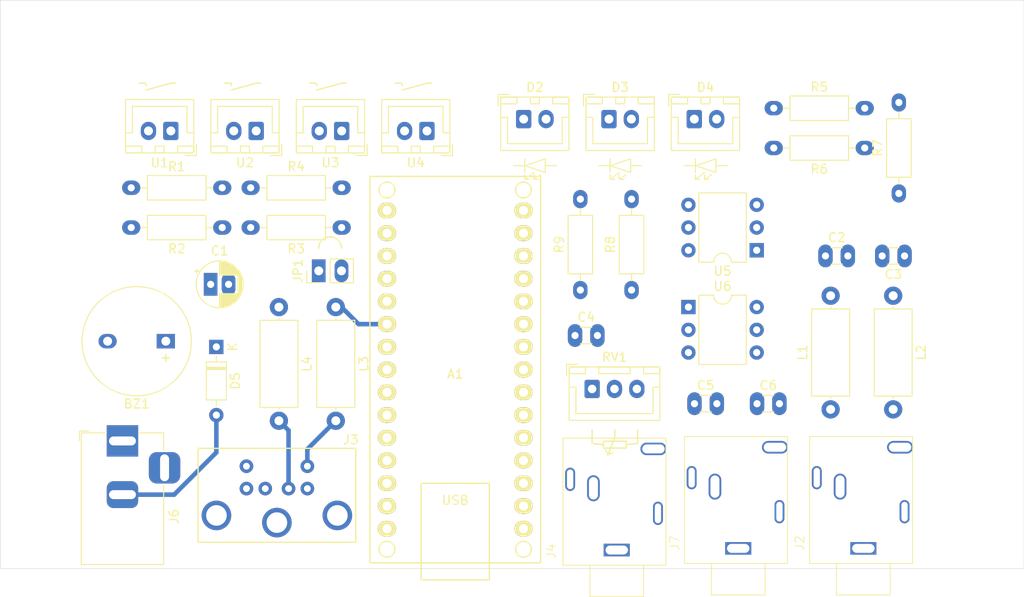
<source format=kicad_pcb>
(kicad_pcb (version 20240108) (generator "pcbnew") (generator_version "8.0")
  (layers (0 "F.Cu" signal) (31 "B.Cu" signal) (34 "B.Paste" user) (35 "F.Paste" user) (36 "B.SilkS" user "B.Silkscreen") (37 "F.SilkS" user "F.Silkscreen") (38 "B.Mask" user) (39 "F.Mask" user) (44 "Edge.Cuts" user))
  (net 0 "")
  (net 5 "+5V")
  (net 7 "Left Paddle")
  (net 12 "Right Paddle")
  (net 13 "PS2 CLK")
  (net 16 "PS2 Data")
  (net 18 "PTT")
  (net 20 "Side Tone")
  (net 23 "Net-(A1-~{RESET}-Pad28)")
  (net 25 "WPM Speed")
  (net 26 "Net-(A1-VIN)")
  (net 27 "CW")
  (net 28 "GND")
  (net 29 "Net-(JP1-A)")
  (net 30 "Net-(C5-Pad2)")
  (net 31 "Net-(C5-Pad1)")
  (net 32 "Net-(C6-Pad1)")
  (net 33 "Net-(C6-Pad2)")
  (net 34 "Net-(D2-A)")
  (net 35 "Net-(D3-A)")
  (net 36 "Net-(D4-A)")
  (net 37 "Net-(D5-A)")
  (net 38 "Net-(J3-Pad5)")
  (net 39 "Net-(J3-Pad1)")
  (net 45 "Net-(J2-PadS)")
  (net 46 "Net-(J2-PadT)")
  (net 47 "Net-(U1-Com)")
  (net 48 "Net-(U2-Com)")
  (net 49 "Net-(U3-Com)")
  (net 50 "Net-(U4-Com)")
  (net 51 "Net-(R8-Pad2)")
  (net 52 "Net-(R9-Pad2)")
  (net 53 "Net-(J4-PadG)")
  (net 58 "Net-(J7-PadG)")
  (footprint "Package_DIP:DIP-6_W7.62mm" (layer "F.Cu") (at 186.69 80.01 180)
    (property "Reference" "U5" (at 3.81 -2.33 0) (layer "F.SilkS"))
    (property "Value" "4N35")
    (pad "1" thru_hole rect (at 0 0 180) (size 1.6 1.6) (drill 0.8) (layers "*.Cu" "*.Mask") (net 51 "Net-(R8-Pad2)"))
    (pad "2" thru_hole oval (at 0 2.54 180) (size 1.6 1.6) (drill 0.8) (layers "*.Cu" "*.Mask") (net 28 "GND"))
    (pad "3" thru_hole oval (at 0 5.08 180) (size 1.6 1.6) (drill 0.8) (layers "*.Cu" "*.Mask"))
    (pad "4" thru_hole oval (at 7.62 5.08 180) (size 1.6 1.6) (drill 0.8) (layers "*.Cu" "*.Mask") (net 53 "Net-(J4-PadG)"))
    (pad "5" thru_hole oval (at 7.62 2.54 180) (size 1.6 1.6) (drill 0.8) (layers "*.Cu" "*.Mask") (net 31 "Net-(C5-Pad1)"))
    (pad "6" thru_hole oval (at 7.62 0 180) (size 1.6 1.6) (drill 0.8) (layers "*.Cu" "*.Mask"))
  )
  (footprint "MyFootprints:2-pin JST Switch" (layer "F.Cu") (at 140.355 66.678 180)
    (property "Reference" "U3" (at 1.25 -3.55 0) (layer "F.SilkS"))
    (property "Value" "MEM2")
    (pad "1" thru_hole roundrect (at 0 0 180) (size 1.7 2.032) (drill 1) (layers "*.Cu" "*.Mask") (roundrect_rratio 0.147059) (net 49 "Net-(U3-Com)"))
    (pad "2" thru_hole oval (at 2.5 0 180) (size 1.7 2.032) (drill 1) (layers "*.Cu" "*.Mask") (net 28 "GND"))
  )
  (footprint "MyFootprints:R_Axial_DIN0207_L6.3mm_D2.5mm_P10.16mm_Horizontal_large" (layer "F.Cu") (at 202.565 73.66 90)
    (property "Reference" "R7" (at 5.08 -2.37 90) (layer "F.SilkS"))
    (property "Value" "470R")
    (pad "1" thru_hole oval (at 0 0 90) (size 2.032 1.6) (drill 0.8) (layers "*.Cu" "*.Mask") (net 5 "+5V"))
    (pad "2" thru_hole oval (at 10.16 0 90) (size 2.032 1.6) (drill 0.8) (layers "*.Cu" "*.Mask") (net 36 "Net-(D4-A)"))
  )
  (footprint "MyFootprints:L_Axial_L9.5mm_D4.0mm_P12.70mm_Horizontal_Fastron_SMCC_large" (layer "F.Cu") (at 139.7 86.36 -90)
    (property "Reference" "L3" (at 6.35 -3.12 90) (layer "F.SilkS"))
    (property "Value" "10n")
    (pad "1" thru_hole oval (at 0 0 270) (size 2.032 2.032) (drill 1) (layers "*.Cu" "*.Mask") (net 13 "PS2 CLK"))
    (pad "2" thru_hole oval (at 12.7 0 270) (size 2.032 2.032) (drill 1) (layers "*.Cu" "*.Mask") (net 38 "Net-(J3-Pad5)"))
  )
  (footprint "MyFootprints:2-pin JST Switch" (layer "F.Cu") (at 130.81 66.675 180)
    (property "Reference" "U2" (at 1.25 -3.55 0) (layer "F.SilkS"))
    (property "Value" "MEM1")
    (pad "1" thru_hole roundrect (at 0 0 180) (size 1.7 2.032) (drill 1) (layers "*.Cu" "*.Mask") (roundrect_rratio 0.147059) (net 48 "Net-(U2-Com)"))
    (pad "2" thru_hole oval (at 2.5 0 180) (size 1.7 2.032) (drill 1) (layers "*.Cu" "*.Mask") (net 28 "GND"))
  )
  (footprint "MyFootprints:3-pin JST Potentiometer" (layer "F.Cu") (at 168.315 95.507)
    (property "Reference" "RV1" (at 2.5 -3.55 0) (layer "F.SilkS"))
    (property "Value" "WPM Speed")
    (pad "1" thru_hole roundrect (at 0 0) (size 1.7 2.032) (drill 0.95) (layers "*.Cu" "*.Mask") (roundrect_rratio 0.147059) (net 5 "+5V"))
    (pad "2" thru_hole oval (at 2.5 0) (size 1.7 2.032) (drill 0.95) (layers "*.Cu" "*.Mask") (net 25 "WPM Speed"))
    (pad "3" thru_hole oval (at 5 0) (size 1.7 2.032) (drill 0.95) (layers "*.Cu" "*.Mask") (net 28 "GND"))
  )
  (footprint "MyFootprints:C_Disc_D3.0mm_W1.6mm_P2.50mm_larg" (layer "F.Cu") (at 166.41 89.535)
    (property "Reference" "C4" (at 1.25 -2.05 0) (layer "F.SilkS"))
    (property "Value" "10n")
    (pad "1" thru_hole oval (at 0 0) (size 1.6 2.54) (drill 0.8) (layers "*.Cu" "*.Mask") (net 25 "WPM Speed"))
    (pad "2" thru_hole oval (at 2.5 0) (size 1.6 2.54) (drill 0.8) (layers "*.Cu" "*.Mask") (net 28 "GND"))
  )
  (footprint "MyFootprints:R_Axial_DIN0207_L6.3mm_D2.5mm_P10.16mm_Horizontal_large" (layer "F.Cu") (at 172.72 84.455 90)
    (property "Reference" "R8" (at 5.08 -2.37 90) (layer "F.SilkS"))
    (property "Value" "470R")
    (pad "1" thru_hole oval (at 0 0 90) (size 2.032 1.6) (drill 0.8) (layers "*.Cu" "*.Mask") (net 27 "CW"))
    (pad "2" thru_hole oval (at 10.16 0 90) (size 2.032 1.6) (drill 0.8) (layers "*.Cu" "*.Mask") (net 51 "Net-(R8-Pad2)"))
  )
  (footprint "MyFootprints:PS2 MINI-DIN-6-FULL-SHIELD" (layer "F.Cu") (at 133.125 115.14 180)
    (property "Reference" "J3" (at -8.255 13.97 0) (layer "F.SilkS"))
    (property "Value" "PS/2" (hide yes))
    (pad "1" thru_hole circle (at -1.3 8.5 180) (size 1.524 1.524) (drill 0.762) (layers "*.Cu" "*.Mask") (net 39 "Net-(J3-Pad1)"))
    (pad "2" thru_hole circle (at 1.3 8.5 180) (size 1.524 1.524) (drill 0.762) (layers "*.Cu" "*.Mask"))
    (pad "3" thru_hole circle (at -3.4 8.5 180) (size 1.524 1.524) (drill 0.762) (layers "*.Cu" "*.Mask"))
    (pad "4" thru_hole circle (at 3.4 8.5 180) (size 1.524 1.524) (drill 0.762) (layers "*.Cu" "*.Mask"))
    (pad "5" thru_hole circle (at -3.4 11 180) (size 1.524 1.524) (drill 0.762) (layers "*.Cu" "*.Mask") (net 38 "Net-(J3-Pad5)"))
    (pad "6" thru_hole circle (at 3.4 11 180) (size 1.524 1.524) (drill 0.762) (layers "*.Cu" "*.Mask"))
    (pad "7" thru_hole circle (at -6.75 5.5 180) (size 3.3 3.3) (drill 2.3) (layers "*.Cu" "*.Mask"))
    (pad "7" thru_hole circle (at 0 4.7 180) (size 3.3 3.3) (drill 2.3) (layers "*.Cu" "*.Mask"))
    (pad "7" thru_hole circle (at 6.75 5.5 180) (size 3.3 3.3) (drill 2.3) (layers "*.Cu" "*.Mask"))
  )
  (footprint "MyFootprints:BarrelJack_Horizontal" (layer "F.Cu") (at 115.8825 101.315 90)
    (property "Reference" "J6" (at -8.45 5.75 90) (layer "F.SilkS"))
    (property "Value" "Power In")
    (pad "1" thru_hole rect (at 0 0 90) (size 3.5 3.5) (drill oval 1 3) (layers "*.Cu" "*.Mask") (net 28 "GND"))
    (pad "2" thru_hole roundrect (at -6 0 90) (size 3 3.5) (drill oval 1 3) (layers "*.Cu" "*.Mask") (net 37 "Net-(D5-A)"))
    (pad "3" thru_hole roundrect (at -3 4.7 90) (size 3.5 3.5) (drill oval 3 1) (layers "*.Cu" "*.Mask"))
  )
  (footprint "MyFootprints:Passive Piezo Buzzer large" (layer "F.Cu") (at 120.725 90.17 180)
    (property "Reference" "BZ1" (at 3.25 -7 360) (layer "F.SilkS"))
    (property "Value" "Buzzer")
    (fp_text user "+" (at 0 -1.8 360) (layer "F.SilkS"))
    (pad "1" thru_hole rect (at 0 0 180) (size 2.032 1.6) (drill 1) (layers "*.Cu" "*.Mask") (net 20 "Side Tone"))
    (pad "2" thru_hole oval (at 6.5 0 180) (size 2.032 1.6) (drill 1) (layers "*.Cu" "*.Mask") (net 28 "GND"))
  )
  (footprint "MyFootprints:ArduinoNano" (layer "F.Cu") (at 145.415 75.565)
    (property "Reference" "A1" (at 7.62 18.28 0) (layer "F.SilkS"))
    (property "Value" "Arduino_Nano_v3.x")
    (fp_text user "USB" (at 7.62 32.385 0) (layer "F.SilkS"))
    (pad "1" thru_hole oval (at 0 0) (size 2.032 1.7272) (drill 1.016) (layers "*.Cu" "*.Mask" "F.SilkS"))
    (pad "2" thru_hole oval (at 0 2.54) (size 2.032 1.7272) (drill 1.016) (layers "*.Cu" "*.Mask" "F.SilkS"))
    (pad "3" thru_hole oval (at 0 5.08) (size 2.032 1.7272) (drill 1.016) (layers "*.Cu" "*.Mask" "F.SilkS"))
    (pad "4" thru_hole oval (at 0 7.62) (size 2.032 1.7272) (drill 1.016) (layers "*.Cu" "*.Mask" "F.SilkS") (net 28 "GND"))
    (pad "5" thru_hole oval (at 0 10.16) (size 2.032 1.7272) (drill 1.016) (layers "*.Cu" "*.Mask" "F.SilkS") (net 12 "Right Paddle"))
    (pad "6" thru_hole oval (at 0 12.7) (size 2.032 1.7272) (drill 1.016) (layers "*.Cu" "*.Mask" "F.SilkS") (net 13 "PS2 CLK"))
    (pad "7" thru_hole oval (at 0 15.24) (size 2.032 1.7272) (drill 1.016) (layers "*.Cu" "*.Mask" "F.SilkS") (net 20 "Side Tone"))
    (pad "8" thru_hole oval (at 0 17.78) (size 2.032 1.7272) (drill 1.016) (layers "*.Cu" "*.Mask" "F.SilkS") (net 7 "Left Paddle"))
    (pad "9" thru_hole oval (at 0 20.32) (size 2.032 1.7272) (drill 1.016) (layers "*.Cu" "*.Mask" "F.SilkS"))
    (pad "10" thru_hole oval (at 0 22.86) (size 2.032 1.7272) (drill 1.016) (layers "*.Cu" "*.Mask" "F.SilkS"))
    (pad "11" thru_hole oval (at 0 25.4) (size 2.032 1.7272) (drill 1.016) (layers "*.Cu" "*.Mask" "F.SilkS"))
    (pad "12" thru_hole oval (at 0 27.94) (size 2.032 1.7272) (drill 1.016) (layers "*.Cu" "*.Mask" "F.SilkS"))
    (pad "13" thru_hole oval (at 0 30.48) (size 2.032 1.7272) (drill 1.016) (layers "*.Cu" "*.Mask" "F.SilkS"))
    (pad "14" thru_hole oval (at 0 33.02) (size 2.032 1.7272) (drill 1.016) (layers "*.Cu" "*.Mask" "F.SilkS") (net 27 "CW"))
    (pad "15" thru_hole oval (at 0 35.56) (size 2.032 1.7272) (drill 1.016) (layers "*.Cu" "*.Mask" "F.SilkS"))
    (pad "16" thru_hole oval (at 15.24 35.56) (size 2.032 1.7272) (drill 1.016) (layers "*.Cu" "*.Mask" "F.SilkS") (net 18 "PTT"))
    (pad "17" thru_hole oval (at 15.24 33.02) (size 2.032 1.7272) (drill 1.016) (layers "*.Cu" "*.Mask" "F.SilkS"))
    (pad "18" thru_hole oval (at 15.24 30.48) (size 2.032 1.7272) (drill 1.016) (layers "*.Cu" "*.Mask" "F.SilkS"))
    (pad "19" thru_hole oval (at 15.24 27.94) (size 2.032 1.7272) (drill 1.016) (layers "*.Cu" "*.Mask" "F.SilkS") (net 25 "WPM Speed"))
    (pad "20" thru_hole oval (at 15.24 25.4) (size 2.032 1.7272) (drill 1.016) (layers "*.Cu" "*.Mask" "F.SilkS") (net 5 "+5V"))
    (pad "21" thru_hole oval (at 15.24 22.86) (size 2.032 1.7272) (drill 1.016) (layers "*.Cu" "*.Mask" "F.SilkS"))
    (pad "22" thru_hole oval (at 15.24 20.32) (size 2.032 1.7272) (drill 1.016) (layers "*.Cu" "*.Mask" "F.SilkS") (net 16 "PS2 Data"))
    (pad "23" thru_hole oval (at 15.24 17.78) (size 2.032 1.7272) (drill 1.016) (layers "*.Cu" "*.Mask" "F.SilkS"))
    (pad "24" thru_hole oval (at 15.24 15.24) (size 2.032 1.7272) (drill 1.016) (layers "*.Cu" "*.Mask" "F.SilkS"))
    (pad "25" thru_hole oval (at 15.24 12.7) (size 2.032 1.7272) (drill 1.016) (layers "*.Cu" "*.Mask" "F.SilkS"))
    (pad "26" thru_hole oval (at 15.24 10.16) (size 2.032 1.7272) (drill 1.016) (layers "*.Cu" "*.Mask" "F.SilkS"))
    (pad "27" thru_hole oval (at 15.24 7.62) (size 2.032 1.7272) (drill 1.016) (layers "*.Cu" "*.Mask" "F.SilkS") (net 5 "+5V"))
    (pad "28" thru_hole oval (at 15.24 5.08) (size 2.032 1.7272) (drill 1.016) (layers "*.Cu" "*.Mask" "F.SilkS") (net 23 "Net-(A1-~{RESET}-Pad28)"))
    (pad "29" thru_hole oval (at 15.24 2.54) (size 2.032 1.7272) (drill 1.016) (layers "*.Cu" "*.Mask" "F.SilkS") (net 28 "GND"))
    (pad "30" thru_hole oval (at 15.24 0) (size 2.032 1.7272) (drill 1.016) (layers "*.Cu" "*.Mask" "F.SilkS") (net 26 "Net-(A1-VIN)"))
  )
  (footprint "MyFootprints:L_Axial_L9.5mm_D4.0mm_P12.70mm_Horizontal_Fastron_SMCC_large" (layer "F.Cu") (at 194.945 97.79 90)
    (property "Reference" "L1" (at 6.35 -3.12 90) (layer "F.SilkS"))
    (property "Value" "10n")
    (pad "1" thru_hole oval (at 0 0 90) (size 2.032 2.032) (drill 1) (layers "*.Cu" "*.Mask") (net 45 "Net-(J2-PadS)"))
    (pad "2" thru_hole oval (at 12.7 0 90) (size 2.032 2.032) (drill 1) (layers "*.Cu" "*.Mask") (net 12 "Right Paddle"))
  )
  (footprint "MyFootprints:Jumper_1x02_P2.54mm_large" (layer "F.Cu") (at 137.795 82.31 90)
    (property "Reference" "JP1" (at 0 -2.33 90) (layer "F.SilkS"))
    (property "Value" "ASR")
    (pad "1" thru_hole rect (at 0 0 90) (size 2.54 1.524) (drill 1) (layers "*.Cu" "*.Mask") (net 29 "Net-(JP1-A)"))
    (pad "2" thru_hole oval (at 0 2.54 90) (size 2.54 1.524) (drill 1) (layers "*.Cu" "*.Mask") (net 28 "GND"))
  )
  (footprint "MyFootprints:2-pin JST LED" (layer "F.Cu") (at 160.675 65.352)
    (property "Reference" "D2" (at 1.25 -3.55 0) (layer "F.SilkS"))
    (property "Value" "CW")
    (pad "1" thru_hole roundrect (at 0 0) (size 1.7 2.032) (drill 1) (layers "*.Cu" "*.Mask") (roundrect_rratio 0.147059) (net 28 "GND"))
    (pad "2" thru_hole oval (at 2.5 0) (size 1.7 2.032) (drill 1) (layers "*.Cu" "*.Mask") (net 34 "Net-(D2-A)"))
  )
  (footprint "MyFootprints:R_Axial_DIN0207_L6.3mm_D2.5mm_P10.16mm_Horizontal_large" (layer "F.Cu") (at 140.355 77.473 180)
    (property "Reference" "R3" (at 5.08 -2.37 0) (layer "F.SilkS"))
    (property "Value" "1k")
    (pad "1" thru_hole oval (at 0 0 180) (size 2.032 1.6) (drill 0.8) (layers "*.Cu" "*.Mask") (net 48 "Net-(U2-Com)"))
    (pad "2" thru_hole oval (at 10.16 0 180) (size 2.032 1.6) (drill 0.8) (layers "*.Cu" "*.Mask") (net 49 "Net-(U3-Com)"))
  )
  (footprint "MyFootprints:R_Axial_DIN0207_L6.3mm_D2.5mm_P10.16mm_Horizontal_large" (layer "F.Cu") (at 127.02 77.473 180)
    (property "Reference" "R2" (at 5.08 -2.37 0) (layer "F.SilkS"))
    (property "Value" "1k")
    (pad "1" thru_hole oval (at 0 0 180) (size 2.032 1.6) (drill 0.8) (layers "*.Cu" "*.Mask") (net 47 "Net-(U1-Com)"))
    (pad "2" thru_hole oval (at 10.16 0 180) (size 2.032 1.6) (drill 0.8) (layers "*.Cu" "*.Mask") (net 48 "Net-(U2-Com)"))
  )
  (footprint "MyFootprints:C_Disc_D3.0mm_W1.6mm_P2.50mm_larg" (layer "F.Cu") (at 186.73 97.155)
    (property "Reference" "C6" (at 1.25 -2.05 0) (layer "F.SilkS"))
    (property "Value" "10n")
    (pad "1" thru_hole oval (at 0 0) (size 1.6 2.54) (drill 0.8) (layers "*.Cu" "*.Mask") (net 32 "Net-(C6-Pad1)"))
    (pad "2" thru_hole oval (at 2.5 0) (size 1.6 2.54) (drill 0.8) (layers "*.Cu" "*.Mask") (net 33 "Net-(C6-Pad2)"))
  )
  (footprint "MyFootprints:R_Axial_DIN0207_L6.3mm_D2.5mm_P10.16mm_Horizontal_large" (layer "F.Cu") (at 198.755 68.58 180)
    (property "Reference" "R6" (at 5.08 -2.37 0) (layer "F.SilkS"))
    (property "Value" "470R")
    (pad "1" thru_hole oval (at 0 0 180) (size 2.032 1.6) (drill 0.8) (layers "*.Cu" "*.Mask") (net 18 "PTT"))
    (pad "2" thru_hole oval (at 10.16 0 180) (size 2.032 1.6) (drill 0.8) (layers "*.Cu" "*.Mask") (net 35 "Net-(D3-A)"))
  )
  (footprint "MyFootprints:L_Axial_L9.5mm_D4.0mm_P12.70mm_Horizontal_Fastron_SMCC_large" (layer "F.Cu") (at 201.93 85.09 -90)
    (property "Reference" "L2" (at 6.35 -3.12 90) (layer "F.SilkS"))
    (property "Value" "10n")
    (pad "1" thru_hole oval (at 0 0 270) (size 2.032 2.032) (drill 1) (layers "*.Cu" "*.Mask") (net 7 "Left Paddle"))
    (pad "2" thru_hole oval (at 12.7 0 270) (size 2.032 2.032) (drill 1) (layers "*.Cu" "*.Mask") (net 46 "Net-(J2-PadT)"))
  )
  (footprint "MyFootprints:3,5mm Jack Panel Socket 3-pole Switch large" (layer "F.Cu") (at 184.63 113.32 90)
    (property "Reference" "J7" (at 0.6 -7.1 90) (layer "F.SilkS") (effects (font (thickness 0.1))))
    (property "Value" "PTT")
    (pad "G" thru_hole rect (at 0 0 90) (size 1.4 2.9) (drill oval 1 2.5) (layers "*.Cu" "*.Mask") (net 58 "Net-(J7-PadG)"))
    (pad "S" thru_hole oval (at 7.9 -5.2 90) (size 2.6 1.1) (drill oval 2.2 0.7) (layers "*.Cu" "*.Mask"))
    (pad "SN" thru_hole oval (at 6.9 -2.6 90) (size 2.9 1.4) (drill oval 2.5 1) (layers "*.Cu" "*.Mask"))
    (pad "T" thru_hole oval (at 4.1 4.6 90) (size 2.6 1.1) (drill oval 2.2 0.7) (layers "*.Cu" "*.Mask") (net 33 "Net-(C6-Pad2)"))
    (pad "TN" thru_hole oval (at 11.3 4.1 90) (size 1.4 2.9) (drill oval 1 2.5) (layers "*.Cu" "*.Mask"))
  )
  (footprint "MyFootprints:C_Disc_D3.0mm_W1.6mm_P2.50mm_larg" (layer "F.Cu") (at 194.37 80.645)
    (property "Reference" "C2" (at 1.25 -2.05 0) (layer "F.SilkS"))
    (property "Value" "10n")
    (pad "1" thru_hole oval (at 0 0) (size 1.6 2.54) (drill 0.8) (layers "*.Cu" "*.Mask") (net 12 "Right Paddle"))
    (pad "2" thru_hole oval (at 2.5 0) (size 1.6 2.54) (drill 0.8) (layers "*.Cu" "*.Mask") (net 28 "GND"))
  )
  (footprint "MyFootprints:C_Disc_D3.0mm_W1.6mm_P2.50mm_larg" (layer "F.Cu") (at 203.2 80.645 180)
    (property "Reference" "C3" (at 1.25 -2.05 0) (layer "F.SilkS"))
    (property "Value" "10n")
    (pad "1" thru_hole oval (at 0 0 180) (size 1.6 2.54) (drill 0.8) (layers "*.Cu" "*.Mask") (net 7 "Left Paddle"))
    (pad "2" thru_hole oval (at 2.5 0 180) (size 1.6 2.54) (drill 0.8) (layers "*.Cu" "*.Mask") (net 28 "GND"))
  )
  (footprint "MyFootprints:R_Axial_DIN0207_L6.3mm_D2.5mm_P10.16mm_Horizontal_large" (layer "F.Cu") (at 130.195 73.028)
    (property "Reference" "R4" (at 5.08 -2.37 0) (layer "F.SilkS"))
    (property "Value" "1k")
    (pad "1" thru_hole oval (at 0 0) (size 2.032 1.6) (drill 0.8) (layers "*.Cu" "*.Mask") (net 49 "Net-(U3-Com)"))
    (pad "2" thru_hole oval (at 10.16 0) (size 2.032 1.6) (drill 0.8) (layers "*.Cu" "*.Mask") (net 50 "Net-(U4-Com)"))
  )
  (footprint "MyFootprints:2-pin JST LED" (layer "F.Cu") (at 179.725 65.352)
    (property "Reference" "D4" (at 1.25 -3.55 0) (layer "F.SilkS"))
    (property "Value" "+5V")
    (pad "1" thru_hole roundrect (at 0 0) (size 1.7 2.032) (drill 1) (layers "*.Cu" "*.Mask") (roundrect_rratio 0.147059) (net 28 "GND"))
    (pad "2" thru_hole oval (at 2.5 0) (size 1.7 2.032) (drill 1) (layers "*.Cu" "*.Mask") (net 36 "Net-(D4-A)"))
  )
  (footprint "MyFootprints:L_Axial_L9.5mm_D4.0mm_P12.70mm_Horizontal_Fastron_SMCC_large" (layer "F.Cu") (at 133.35 86.36 -90)
    (property "Reference" "L4" (at 6.35 -3.12 90) (layer "F.SilkS"))
    (property "Value" "10n")
    (pad "1" thru_hole oval (at 0 0 270) (size 2.032 2.032) (drill 1) (layers "*.Cu" "*.Mask") (net 16 "PS2 Data"))
    (pad "2" thru_hole oval (at 12.7 0 270) (size 2.032 2.032) (drill 1) (layers "*.Cu" "*.Mask") (net 39 "Net-(J3-Pad1)"))
  )
  (footprint "MyFootprints:R_Axial_DIN0207_L6.3mm_D2.5mm_P10.16mm_Horizontal_large" (layer "F.Cu") (at 116.86 73.028)
    (property "Reference" "R1" (at 5.08 -2.37 0) (layer "F.SilkS"))
    (property "Value" "10k")
    (pad "1" thru_hole oval (at 0 0) (size 2.032 1.6) (drill 0.8) (layers "*.Cu" "*.Mask") (net 5 "+5V"))
    (pad "2" thru_hole oval (at 10.16 0) (size 2.032 1.6) (drill 0.8) (layers "*.Cu" "*.Mask") (net 47 "Net-(U1-Com)"))
  )
  (footprint "MyFootprints:3,5mm Jack Panel Socket 3-pole Switch large" (layer "F.Cu") (at 198.6 113.32 90)
    (property "Reference" "J2" (at 0.6 -7.1 90) (layer "F.SilkS") (effects (font (thickness 0.1))))
    (property "Value" "Paddle")
    (pad "G" thru_hole rect (at 0 0 90) (size 1.4 2.9) (drill oval 1 2.5) (layers "*.Cu" "*.Mask") (net 28 "GND"))
    (pad "S" thru_hole oval (at 7.9 -5.2 90) (size 2.6 1.1) (drill oval 2.2 0.7) (layers "*.Cu" "*.Mask") (net 45 "Net-(J2-PadS)"))
    (pad "SN" thru_hole oval (at 6.9 -2.6 90) (size 2.9 1.4) (drill oval 2.5 1) (layers "*.Cu" "*.Mask"))
    (pad "T" thru_hole oval (at 4.1 4.6 90) (size 2.6 1.1) (drill oval 2.2 0.7) (layers "*.Cu" "*.Mask") (net 46 "Net-(J2-PadT)"))
    (pad "TN" thru_hole oval (at 11.3 4.1 90) (size 1.4 2.9) (drill oval 1 2.5) (layers "*.Cu" "*.Mask"))
  )
  (footprint "MyFootprints:R_Axial_DIN0207_L6.3mm_D2.5mm_P10.16mm_Horizontal_large" (layer "F.Cu") (at 188.595 64.135)
    (property "Reference" "R5" (at 5.08 -2.37 0) (layer "F.SilkS"))
    (property "Value" "470R")
    (pad "1" thru_hole oval (at 0 0) (size 2.032 1.6) (drill 0.8) (layers "*.Cu" "*.Mask") (net 27 "CW"))
    (pad "2" thru_hole oval (at 10.16 0) (size 2.032 1.6) (drill 0.8) (layers "*.Cu" "*.Mask") (net 34 "Net-(D2-A)"))
  )
  (footprint "MyFootprints:R_Axial_DIN0207_L6.3mm_D2.5mm_P10.16mm_Horizontal_large" (layer "F.Cu") (at 167.005 84.455 90)
    (property "Reference" "R9" (at 5.08 -2.37 90) (layer "F.SilkS"))
    (property "Value" "470R")
    (pad "1" thru_hole oval (at 0 0 90) (size 2.032 1.6) (drill 0.8) (layers "*.Cu" "*.Mask") (net 18 "PTT"))
    (pad "2" thru_hole oval (at 10.16 0 90) (size 2.032 1.6) (drill 0.8) (layers "*.Cu" "*.Mask") (net 52 "Net-(R9-Pad2)"))
  )
  (footprint "MyFootprints:CP_Radial_D5.0mm_P2.00mm_larger" (layer "F.Cu") (at 125.73 83.82)
    (property "Reference" "C1" (at 1 -3.75 0) (layer "F.SilkS"))
    (property "Value" "10u")
    (pad "1" thru_hole rect (at 0 0) (size 1.524 2.54) (drill 0.8) (layers "*.Cu" "*.Mask") (net 23 "Net-(A1-~{RESET}-Pad28)"))
    (pad "2" thru_hole oval (at 2 0) (size 1.524 2.54) (drill 0.8) (layers "*.Cu" "*.Mask") (net 29 "Net-(JP1-A)"))
  )
  (footprint "MyFootprints:C_Disc_D3.0mm_W1.6mm_P2.50mm_larg" (layer "F.Cu") (at 179.745 97.155)
    (property "Reference" "C5" (at 1.25 -2.05 0) (layer "F.SilkS"))
    (property "Value" "10n")
    (pad "1" thru_hole oval (at 0 0) (size 1.6 2.54) (drill 0.8) (layers "*.Cu" "*.Mask") (net 31 "Net-(C5-Pad1)"))
    (pad "2" thru_hole oval (at 2.5 0) (size 1.6 2.54) (drill 0.8) (layers "*.Cu" "*.Mask") (net 30 "Net-(C5-Pad2)"))
  )
  (footprint "Diode_THT:D_DO-35_SOD27_P7.62mm_Horizontal" (layer "F.Cu") (at 126.365 90.805 -90)
    (property "Reference" "D5" (at 3.81 -2.12 90) (layer "F.SilkS"))
    (property "Value" "BAT43")
    (fp_text user "K" (at 0 -1.8 90) (layer "F.SilkS"))
    (pad "1" thru_hole rect (at 0 0 270) (size 1.6 1.6) (drill 0.8) (layers "*.Cu" "*.Mask") (net 26 "Net-(A1-VIN)"))
    (pad "2" thru_hole oval (at 7.62 0 270) (size 1.6 1.6) (drill 0.8) (layers "*.Cu" "*.Mask") (net 37 "Net-(D5-A)"))
  )
  (footprint "Package_DIP:DIP-6_W7.62mm" (layer "F.Cu") (at 179.07 86.36)
    (property "Reference" "U6" (at 3.81 -2.33 0) (layer "F.SilkS"))
    (property "Value" "4N35")
    (pad "1" thru_hole rect (at 0 0) (size 1.6 1.6) (drill 0.8) (layers "*.Cu" "*.Mask") (net 52 "Net-(R9-Pad2)"))
    (pad "2" thru_hole oval (at 0 2.54) (size 1.6 1.6) (drill 0.8) (layers "*.Cu" "*.Mask") (net 28 "GND"))
    (pad "3" thru_hole oval (at 0 5.08) (size 1.6 1.6) (drill 0.8) (layers "*.Cu" "*.Mask"))
    (pad "4" thru_hole oval (at 7.62 5.08) (size 1.6 1.6) (drill 0.8) (layers "*.Cu" "*.Mask") (net 58 "Net-(J7-PadG)"))
    (pad "5" thru_hole oval (at 7.62 2.54) (size 1.6 1.6) (drill 0.8) (layers "*.Cu" "*.Mask") (net 32 "Net-(C6-Pad1)"))
    (pad "6" thru_hole oval (at 7.62 0) (size 1.6 1.6) (drill 0.8) (layers "*.Cu" "*.Mask"))
  )
  (footprint "MyFootprints:2-pin JST Switch" (layer "F.Cu") (at 121.285 66.675 180)
    (property "Reference" "U1" (at 1.25 -3.55 0) (layer "F.SilkS"))
    (property "Value" "CMD")
    (pad "1" thru_hole roundrect (at 0 0 180) (size 1.7 2.032) (drill 1) (layers "*.Cu" "*.Mask") (roundrect_rratio 0.147059) (net 47 "Net-(U1-Com)"))
    (pad "2" thru_hole oval (at 2.5 0 180) (size 1.7 2.032) (drill 1) (layers "*.Cu" "*.Mask") (net 28 "GND"))
  )
  (footprint "MyFootprints:2-pin JST Switch" (layer "F.Cu") (at 149.88 66.678 180)
    (property "Reference" "U4" (at 1.25 -3.55 0) (layer "F.SilkS"))
    (property "Value" "MEM3")
    (pad "1" thru_hole roundrect (at 0 0 180) (size 1.7 2.032) (drill 1) (layers "*.Cu" "*.Mask") (roundrect_rratio 0.147059) (net 50 "Net-(U4-Com)"))
    (pad "2" thru_hole oval (at 2.5 0 180) (size 1.7 2.032) (drill 1) (layers "*.Cu" "*.Mask") (net 28 "GND"))
  )
  (footprint "MyFootprints:2-pin JST LED" (layer "F.Cu") (at 170.2 65.352)
    (property "Reference" "D3" (at 1.25 -3.55 0) (layer "F.SilkS"))
    (property "Value" "PTT")
    (pad "1" thru_hole roundrect (at 0 0) (size 1.7 2.032) (drill 1) (layers "*.Cu" "*.Mask") (roundrect_rratio 0.147059) (net 28 "GND"))
    (pad "2" thru_hole oval (at 2.5 0) (size 1.7 2.032) (drill 1) (layers "*.Cu" "*.Mask") (net 35 "Net-(D3-A)"))
  )
  (footprint "MyFootprints:3,5mm Jack Panel Socket 3-pole Switch large" (layer "F.Cu") (at 171.065 113.505 90)
    (property "Reference" "J4" (at -0.13 -7.33 90) (layer "F.SilkS") (effects (font (thickness 0.1))))
    (property "Value" "CW")
    (pad "G" thru_hole rect (at 0 0 90) (size 1.4 2.9) (drill oval 1 2.5) (layers "*.Cu" "*.Mask") (net 53 "Net-(J4-PadG)"))
    (pad "S" thru_hole oval (at 7.9 -5.2 90) (size 2.6 1.1) (drill oval 2.2 0.7) (layers "*.Cu" "*.Mask"))
    (pad "SN" thru_hole oval (at 6.9 -2.6 90) (size 2.9 1.4) (drill oval 2.5 1) (layers "*.Cu" "*.Mask"))
    (pad "T" thru_hole oval (at 4.1 4.6 90) (size 2.6 1.1) (drill oval 2.2 0.7) (layers "*.Cu" "*.Mask") (net 30 "Net-(C5-Pad2)"))
    (pad "TN" thru_hole oval (at 11.3 4.1 90) (size 1.4 2.9) (drill oval 1 2.5) (layers "*.Cu" "*.Mask"))
  )
  (gr_line (start 102.235 115.57) (end 102.235 52.07) (stroke (width 0.05)) (layer "Edge.Cuts"))
  (gr_line (start 216.535 115.57) (end 102.235 115.57) (stroke (width 0.05)) (layer "Edge.Cuts"))
  (gr_line (start 216.535 52.07) (end 216.535 115.57) (stroke (width 0.05)) (layer "Edge.Cuts"))
  (gr_line (start 102.235 52.07) (end 216.535 52.07) (stroke (width 0.05)) (layer "Edge.Cuts"))
  (segment (start 142.24 88.265) (end 145.415 88.265) (width 0.508) (layer "B.Cu") (net 13))
  (segment (start 140.335 86.36) (end 142.24 88.265) (width 0.508) (layer "B.Cu") (net 13))
  (segment (start 139.7 86.36) (end 140.335 86.36) (width 0.508) (layer "B.Cu") (net 13))
  (segment (start 126.365 102.604866) (end 126.365 98.425) (width 0.508) (layer "B.Cu") (net 37))
  (segment (start 115.8825 107.315) (end 121.654866 107.315) (width 0.508) (layer "B.Cu") (net 37))
  (segment (start 121.654866 107.315) (end 126.365 102.604866) (width 0.508) (layer "B.Cu") (net 37))
  (segment (start 136.525 104.14) (end 136.525 102.235) (width 0.508) (layer "B.Cu") (net 38))
  (segment (start 136.525 102.235) (end 139.7 99.06) (width 0.508) (layer "B.Cu") (net 38))
  (segment (start 134.425 106.64) (end 134.425 100.135) (width 0.508) (layer "B.Cu") (net 39))
  (segment (start 134.425 100.135) (end 133.35 99.06) (width 0.508) (layer "B.Cu") (net 39))
)
</source>
